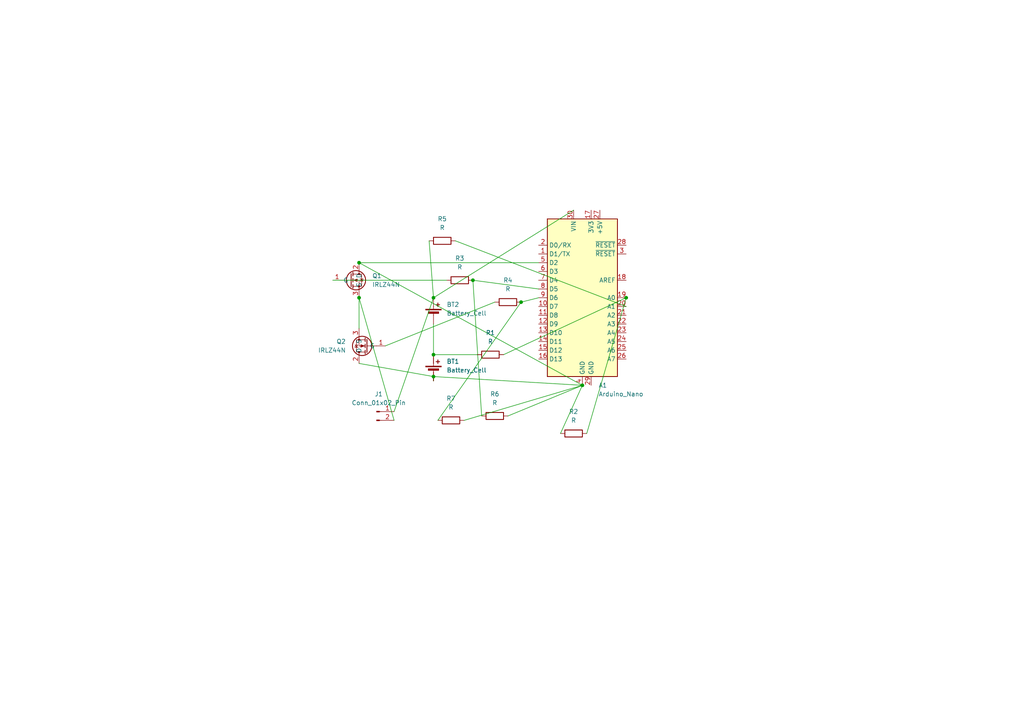
<source format=kicad_sch>
(kicad_sch (version 20250114) (generator "eeschema") (generator_version "9.0")
  (paper "A4")
  (title_block (title "Schaltplan Powerbank") (date "2026-01-15") (company "AkkuCraft"))
  (lib_symbols
    (symbol "Connector:Conn_01x02_Pin" (pin_names (offset 1.016) (hide yes))
      (property "Reference" "J" (at 0 2.54 0))
      (property "Value" "Conn_01x02_Pin" (at 0 -5.08 0))
      (symbol "Conn_01x02_Pin_1_1"
        (rectangle (start 0.8636 0.127) (end 0 -0.127) (stroke (width 0.1524)) (fill (type outline)))
        (rectangle (start 0.8636 -2.413) (end 0 -2.667) (stroke (width 0.1524)) (fill (type outline)))
        (polyline (pts (xy 1.27 0) (xy 0.8636 0)) (stroke (width 0.1524)))
        (polyline (pts (xy 1.27 -2.54) (xy 0.8636 -2.54)) (stroke (width 0.1524)))
        (pin passive line (at 5.08 0 180) (length 3.81) (name "Pin_1") (number "1"))
        (pin passive line (at 5.08 -2.54 180) (length 3.81) (name "Pin_2") (number "2"))
      )
    )
    (symbol "Device:Battery_Cell" (pin_numbers (hide yes)) (pin_names (offset 0) (hide yes))
      (property "Reference" "BT" (at 2.54 2.54 0))
      (property "Value" "Battery_Cell" (at 2.54 0 0))
      (symbol "Battery_Cell_0_1"
        (rectangle (start -2.286 1.778) (end 2.286 1.524) (fill (type outline)))
        (rectangle (start -1.524 1.016) (end 1.524 0.508) (fill (type outline)))
        (polyline (pts (xy 0 1.778) (xy 0 2.54)))
        (polyline (pts (xy 0 0.762) (xy 0 0)))
        (polyline (pts (xy 0.762 3.048) (xy 1.778 3.048)) (stroke (width 0.254)))
        (polyline (pts (xy 1.27 3.556) (xy 1.27 2.54)) (stroke (width 0.254)))
      )
      (symbol "Battery_Cell_1_1"
        (pin passive line (at 0 5.08 270) (length 2.54) (name "+") (number "1"))
        (pin passive line (at 0 -2.54 90) (length 2.54) (name "-") (number "2"))
      )
    )
    (symbol "Device:R" (pin_numbers (hide yes)) (pin_names (offset 0))
      (property "Reference" "R" (at 2.032 0 90))
      (property "Value" "R" (at 0 0 90))
      (symbol "R_0_1"
        (rectangle (start -1.016 -2.54) (end 1.016 2.54) (stroke (width 0.254)))
      )
      (symbol "R_1_1"
        (pin passive line (at 0 3.81 270) (length 1.27) (name "~") (number "1"))
        (pin passive line (at 0 -3.81 90) (length 1.27) (name "~") (number "2"))
      )
    )
    (symbol "IRLZ44N_1"
      (property "Reference" "Q" (at 5.08 1.905 0))
      (property "Value" "IRLZ44N" (at 5.08 0 0))
      (symbol "IRLZ44N_1_0_1"
        (polyline (pts (xy 0.254 1.905) (xy 0.254 -1.905)) (stroke (width 0.254)))
        (polyline (pts (xy 0.254 0) (xy -2.54 0)))
        (polyline (pts (xy 0.762 2.286) (xy 0.762 1.27)) (stroke (width 0.254)))
        (polyline (pts (xy 0.762 0.508) (xy 0.762 -0.508)) (stroke (width 0.254)))
        (polyline (pts (xy 0.762 -1.27) (xy 0.762 -2.286)) (stroke (width 0.254)))
        (polyline (pts (xy 0.762 -1.778) (xy 3.302 -1.778) (xy 3.302 1.778) (xy 0.762 1.778)))
        (polyline (pts (xy 1.016 0) (xy 2.032 0.381) (xy 2.032 -0.381) (xy 1.016 0)) (fill (type outline)))
        (circle (center 1.651 0) (radius 2.794) (stroke (width 0.254)))
        (polyline (pts (xy 2.54 2.54) (xy 2.54 1.778)))
        (circle (center 2.54 1.778) (radius 0.254) (fill (type outline)))
        (circle (center 2.54 -1.778) (radius 0.254) (fill (type outline)))
        (polyline (pts (xy 2.54 -2.54) (xy 2.54 0) (xy 0.762 0)))
        (polyline (pts (xy 2.794 0.508) (xy 2.921 0.381) (xy 3.683 0.381) (xy 3.81 0.254)))
        (polyline (pts (xy 3.302 0.381) (xy 2.921 -0.254) (xy 3.683 -0.254) (xy 3.302 0.381)))
      )
      (symbol "IRLZ44N_1_1_1"
        (pin input line (at -5.08 0 0) (length 2.54) (name "G") (number "1"))
        (pin passive line (at 2.54 5.08 270) (length 2.54) (name "D") (number "2"))
        (pin passive line (at 2.54 -5.08 90) (length 2.54) (name "S") (number "3"))
      )
    )
    (symbol "MCU_Module:Arduino_Nano_v3.x"
      (property "Reference" "A" (at -10.16 23.495 0))
      (property "Value" "Arduino_Nano_v3.x" (at 5.08 -24.13 0))
      (symbol "Arduino_Nano_v3.x_0_1"
        (rectangle (start -10.16 22.86) (end 10.16 -22.86) (stroke (width 0.254)) (fill (type background)))
      )
      (symbol "Arduino_Nano_v3.x_1_1"
        (pin bidirectional line (at -12.7 15.24 0) (length 2.54) (name "D0/RX") (number "2"))
        (pin bidirectional line (at -12.7 12.7 0) (length 2.54) (name "D1/TX") (number "1"))
        (pin bidirectional line (at -12.7 10.16 0) (length 2.54) (name "D2") (number "5"))
        (pin bidirectional line (at -12.7 7.62 0) (length 2.54) (name "D3") (number "6"))
        (pin bidirectional line (at -12.7 5.08 0) (length 2.54) (name "D4") (number "7"))
        (pin bidirectional line (at -12.7 2.54 0) (length 2.54) (name "D5") (number "8"))
        (pin bidirectional line (at -12.7 0 0) (length 2.54) (name "D6") (number "9"))
        (pin bidirectional line (at -12.7 -2.54 0) (length 2.54) (name "D7") (number "10"))
        (pin bidirectional line (at -12.7 -5.08 0) (length 2.54) (name "D8") (number "11"))
        (pin bidirectional line (at -12.7 -7.62 0) (length 2.54) (name "D9") (number "12"))
        (pin bidirectional line (at -12.7 -10.16 0) (length 2.54) (name "D10") (number "13"))
        (pin bidirectional line (at -12.7 -12.7 0) (length 2.54) (name "D11") (number "14"))
        (pin bidirectional line (at -12.7 -15.24 0) (length 2.54) (name "D12") (number "15"))
        (pin bidirectional line (at -12.7 -17.78 0) (length 2.54) (name "D13") (number "16"))
        (pin power_in line (at -2.54 25.4 270) (length 2.54) (name "VIN") (number "30"))
        (pin power_in line (at 0 -25.4 90) (length 2.54) (name "GND") (number "4"))
        (pin power_out line (at 2.54 25.4 270) (length 2.54) (name "3V3") (number "17"))
        (pin power_in line (at 2.54 -25.4 90) (length 2.54) (name "GND") (number "29"))
        (pin power_out line (at 5.08 25.4 270) (length 2.54) (name "+5V") (number "27"))
        (pin input line (at 12.7 15.24 180) (length 2.54) (name "~{RESET}") (number "28"))
        (pin input line (at 12.7 12.7 180) (length 2.54) (name "~{RESET}") (number "3"))
        (pin input line (at 12.7 5.08 180) (length 2.54) (name "AREF") (number "18"))
        (pin bidirectional line (at 12.7 0 180) (length 2.54) (name "A0") (number "19"))
        (pin bidirectional line (at 12.7 -2.54 180) (length 2.54) (name "A1") (number "20"))
        (pin bidirectional line (at 12.7 -5.08 180) (length 2.54) (name "A2") (number "21"))
        (pin bidirectional line (at 12.7 -7.62 180) (length 2.54) (name "A3") (number "22"))
        (pin bidirectional line (at 12.7 -10.16 180) (length 2.54) (name "A4") (number "23"))
        (pin bidirectional line (at 12.7 -12.7 180) (length 2.54) (name "A5") (number "24"))
        (pin bidirectional line (at 12.7 -15.24 180) (length 2.54) (name "A6") (number "25"))
        (pin bidirectional line (at 12.7 -17.78 180) (length 2.54) (name "A7") (number "26"))
      )
    )
    (symbol "Transistor_FET:IRLZ44N"
      (property "Reference" "Q" (at 5.08 1.905 0))
      (property "Value" "IRLZ44N" (at 5.08 0 0))
      (symbol "IRLZ44N_0_1"
        (polyline (pts (xy 0.254 1.905) (xy 0.254 -1.905)) (stroke (width 0.254)))
        (polyline (pts (xy 0.254 0) (xy -2.54 0)))
        (polyline (pts (xy 0.762 2.286) (xy 0.762 1.27)) (stroke (width 0.254)))
        (polyline (pts (xy 0.762 0.508) (xy 0.762 -0.508)) (stroke (width 0.254)))
        (polyline (pts (xy 0.762 -1.27) (xy 0.762 -2.286)) (stroke (width 0.254)))
        (polyline (pts (xy 0.762 -1.778) (xy 3.302 -1.778) (xy 3.302 1.778) (xy 0.762 1.778)))
        (polyline (pts (xy 1.016 0) (xy 2.032 0.381) (xy 2.032 -0.381) (xy 1.016 0)) (fill (type outline)))
        (circle (center 1.651 0) (radius 2.794) (stroke (width 0.254)))
        (polyline (pts (xy 2.54 2.54) (xy 2.54 1.778)))
        (circle (center 2.54 1.778) (radius 0.254) (fill (type outline)))
        (circle (center 2.54 -1.778) (radius 0.254) (fill (type outline)))
        (polyline (pts (xy 2.54 -2.54) (xy 2.54 0) (xy 0.762 0)))
        (polyline (pts (xy 2.794 0.508) (xy 2.921 0.381) (xy 3.683 0.381) (xy 3.81 0.254)))
        (polyline (pts (xy 3.302 0.381) (xy 2.921 -0.254) (xy 3.683 -0.254) (xy 3.302 0.381)))
      )
      (symbol "IRLZ44N_1_1"
        (pin input line (at -5.08 0 0) (length 2.54) (name "G") (number "1"))
        (pin passive line (at 2.54 5.08 270) (length 2.54) (name "D") (number "2"))
        (pin passive line (at 2.54 -5.08 90) (length 2.54) (name "S") (number "3"))
      )
    )
  )
  (junction (at 125.73 109.22))
  (junction (at 137.16 81.28))
  (junction (at 125.73 102.87))
  (junction (at 181.61 86.36))
  (junction (at 104.14 86.36))
  (junction (at 168.91 111.76))
  (junction (at 104.14 76.2))
  (junction (at 125.73 86.36))
  (junction (at 151.13 87.63))
  (wire (pts (xy 104.14 76.2) (xy 168.91 111.76)))
  (wire (pts (xy 125.73 102.87) (xy 138.43 102.87)))
  (wire (pts (xy 162.56 125.73) (xy 168.91 111.76)))
  (wire (pts (xy 170.18 125.73) (xy 181.61 86.36)))
  (wire (pts (xy 125.73 109.22) (xy 168.91 111.76)))
  (wire (pts (xy 125.73 109.22) (xy 125.73 110.49)))
  (wire (pts (xy 139.7 120.65) (xy 137.16 81.28)))
  (wire (pts (xy 134.62 121.92) (xy 168.91 111.76)))
  (wire (pts (xy 104.14 76.2) (xy 156.21 76.2)))
  (wire (pts (xy 125.73 102.87) (xy 125.73 93.98)))
  (wire (pts (xy 181.61 88.9) (xy 132.08 69.85)))
  (wire (pts (xy 147.32 120.65) (xy 168.91 111.76)))
  (wire (pts (xy 125.73 86.36) (xy 166.37 60.96)))
  (wire (pts (xy 127 121.92) (xy 151.13 87.63)))
  (wire (pts (xy 104.14 95.25) (xy 104.14 86.36)))
  (wire (pts (xy 96.52 81.28) (xy 129.54 81.28)))
  (wire (pts (xy 111.76 100.33) (xy 143.51 87.63)))
  (wire (pts (xy 151.13 87.63) (xy 156.21 86.36)))
  (wire (pts (xy 104.14 105.41) (xy 125.73 109.22)))
  (wire (pts (xy 124.46 69.85) (xy 125.73 86.36)))
  (wire (pts (xy 137.16 81.28) (xy 156.21 83.82)))
  (wire (pts (xy 114.3 121.92) (xy 104.14 86.36)))
  (wire (pts (xy 114.3 119.38) (xy 125.73 86.36)))
  (wire (pts (xy 146.05 102.87) (xy 181.61 86.36)))
  (symbol (lib_id "Device:R") (at 142.24 102.87 90) (unit 1)
    (property "Reference" "R1" (at 142.24 96.52 90))
    (property "Value" "R" (at 142.24 99.06 90))
    (property "Description" "Resistor" (effects (hide yes)))
  )
  (symbol (lib_id "Device:Battery_Cell") (at 125.73 107.95 0) (unit 1)
    (property "Reference" "BT1" (at 129.54 104.8384 0) (effects (justify left)))
    (property "Value" "Battery_Cell" (at 129.54 107.3784 0) (effects (justify left)))
    (property "Description" "Single-cell battery" (effects (hide yes)))
    (property "Sim.Device" "V" (effects (hide yes)))
    (property "Sim.Type" "DC" (effects (hide yes)))
    (property "Sim.Pins" "1=+ 2=-" (effects (hide yes)))
  )
  (symbol (lib_id "Device:R") (at 133.35 81.28 90) (unit 1)
    (property "Reference" "R3" (at 133.35 74.93 90))
    (property "Value" "R" (at 133.35 77.47 90))
    (property "Description" "Resistor" (effects (hide yes)))
  )
  (symbol (lib_id "Connector:Conn_01x02_Pin") (at 109.22 119.38 0) (unit 1)
    (property "Reference" "J1" (at 109.855 114.3 0))
    (property "Value" "Conn_01x02_Pin" (at 109.855 116.84 0))
    (property "Description" "Generic connector, single row, 01x02, script generated" (effects (hide yes)))
  )
  (symbol (lib_id "Device:R") (at 143.51 120.65 90) (unit 1)
    (property "Reference" "R6" (at 143.51 114.3 90))
    (property "Value" "R" (at 143.51 116.84 90))
    (property "Description" "Resistor" (effects (hide yes)))
  )
  (symbol (lib_id "Device:R") (at 147.32 87.63 90) (unit 1)
    (property "Reference" "R4" (at 147.32 81.28 90))
    (property "Value" "R" (at 147.32 83.82 90))
    (property "Description" "Resistor" (effects (hide yes)))
  )
  (symbol (lib_id "Transistor_FET:IRLZ44N") (at 106.68 100.33 180) (unit 1)
    (property "Reference" "Q2" (at 100.33 99.0599 0) (effects (justify left)))
    (property "Value" "IRLZ44N" (at 100.33 101.5999 0) (effects (justify left)))
    (property "Footprint" "Package_TO_SOT_THT:TO-220-3_Vertical" (effects (hide yes)))
    (property "Datasheet" "http://www.irf.com/product-info/datasheets/data/irlz44n.pdf" (effects (hide yes)))
    (property "Description" "47A Id, 55V Vds, 22mOhm Rds Single N-Channel HEXFET Power MOSFET, TO-220AB" (effects (hide yes)))
  )
  (symbol (lib_id "Device:Battery_Cell") (at 125.73 91.44 0) (unit 1)
    (property "Reference" "BT2" (at 129.54 88.3284 0) (effects (justify left)))
    (property "Value" "Battery_Cell" (at 129.54 90.8684 0) (effects (justify left)))
    (property "Description" "Single-cell battery" (effects (hide yes)))
    (property "Sim.Device" "V" (effects (hide yes)))
    (property "Sim.Type" "DC" (effects (hide yes)))
    (property "Sim.Pins" "1=+ 2=-" (effects (hide yes)))
  )
  (symbol (lib_id "Device:R") (at 130.81 121.92 90) (unit 1)
    (property "Reference" "R7" (at 130.81 115.57 90))
    (property "Value" "R" (at 130.81 118.11 90))
    (property "Description" "Resistor" (effects (hide yes)))
  )
  (symbol (lib_name "IRLZ44N_1") (lib_id "Transistor_FET:IRLZ44N") (at 101.6 81.28 0) (unit 1)
    (property "Reference" "Q1" (at 107.95 80.0099 0) (effects (justify left)))
    (property "Value" "IRLZ44N" (at 107.95 82.5499 0) (effects (justify left)))
    (property "Footprint" "Package_TO_SOT_THT:TO-220-3_Vertical" (effects (hide yes)))
    (property "Datasheet" "http://www.irf.com/product-info/datasheets/data/irlz44n.pdf" (effects (hide yes)))
    (property "Description" "47A Id, 55V Vds, 22mOhm Rds Single N-Channel HEXFET Power MOSFET, TO-220AB" (effects (hide yes)))
  )
  (symbol (lib_id "Device:R") (at 128.27 69.85 90) (unit 1)
    (property "Reference" "R5" (at 128.27 63.5 90))
    (property "Value" "R" (at 128.27 66.04 90))
    (property "Description" "Resistor" (effects (hide yes)))
  )
  (symbol (lib_id "Device:R") (at 166.37 125.73 90) (unit 1)
    (property "Reference" "R2" (at 166.37 119.38 90))
    (property "Value" "R" (at 166.37 121.92 90))
    (property "Description" "Resistor" (effects (hide yes)))
  )
  (symbol (lib_id "MCU_Module:Arduino_Nano_v3.x") (at 168.91 86.36 0) (unit 1)
    (property "Reference" "A1" (at 173.5933 111.76 0) (effects (justify left)))
    (property "Value" "Arduino_Nano" (at 173.5933 114.3 0) (effects (justify left)))
    (property "Footprint" "Module:Arduino_Nano" (effects (hide yes)))
    (property "Datasheet" "http://www.mouser.com/pdfdocs/Gravitech_Arduino_Nano3_0.pdf" (effects (hide yes)))
    (property "Description" "Arduino Nano v3.x" (effects (hide yes)))
  )
)
</source>
